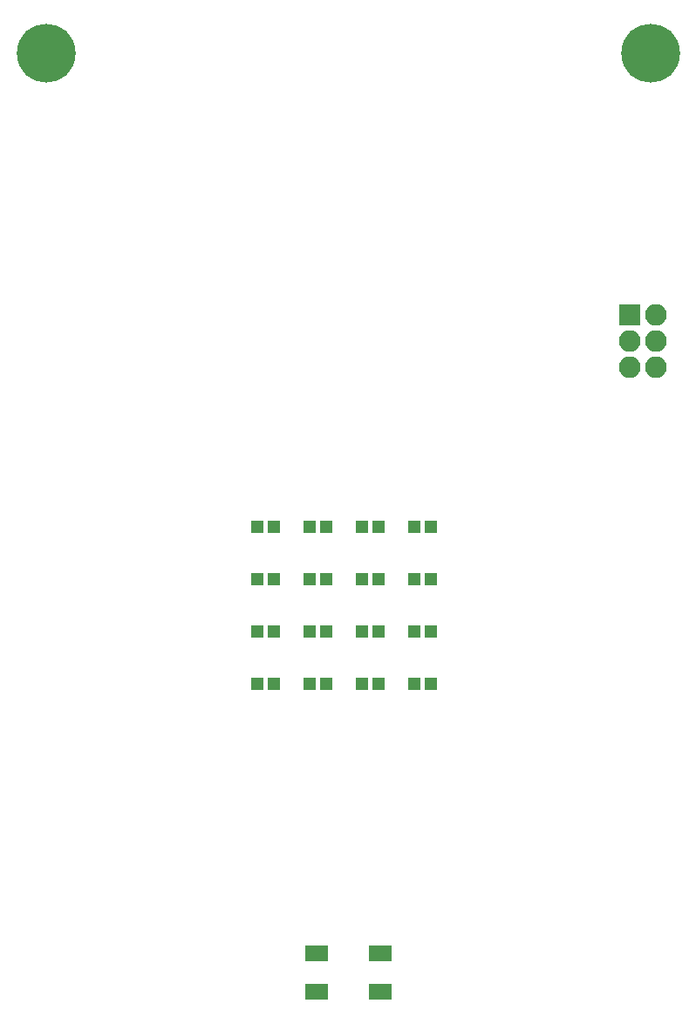
<source format=gts>
G04 #@! TF.FileFunction,Soldermask,Top*
%FSLAX46Y46*%
G04 Gerber Fmt 4.6, Leading zero omitted, Abs format (unit mm)*
G04 Created by KiCad (PCBNEW 4.0.6) date 09/11/17 20:09:05*
%MOMM*%
%LPD*%
G01*
G04 APERTURE LIST*
%ADD10C,0.100000*%
%ADD11R,1.200000X1.200000*%
%ADD12C,5.700000*%
%ADD13R,2.100000X2.100000*%
%ADD14O,2.100000X2.100000*%
%ADD15R,2.200000X1.500000*%
G04 APERTURE END LIST*
D10*
D11*
X132880000Y-101600000D03*
X131280000Y-101600000D03*
X143040000Y-116840000D03*
X141440000Y-116840000D03*
X137960000Y-116840000D03*
X136360000Y-116840000D03*
X132880000Y-111760000D03*
X131280000Y-111760000D03*
X143040000Y-101600000D03*
X141440000Y-101600000D03*
X143040000Y-106680000D03*
X141440000Y-106680000D03*
X143040000Y-111760000D03*
X141440000Y-111760000D03*
X137960000Y-111760000D03*
X136360000Y-111760000D03*
X137960000Y-101600000D03*
X136360000Y-101600000D03*
X132880000Y-116840000D03*
X131280000Y-116840000D03*
X137960000Y-106680000D03*
X136360000Y-106680000D03*
X127800000Y-106680000D03*
X126200000Y-106680000D03*
X127800000Y-111760000D03*
X126200000Y-111760000D03*
X127800000Y-116840000D03*
X126200000Y-116840000D03*
X132880000Y-106680000D03*
X131280000Y-106680000D03*
D12*
X164338000Y-55626000D03*
D11*
X127800000Y-101600000D03*
X126200000Y-101600000D03*
D13*
X162306000Y-81026000D03*
D14*
X164846000Y-81026000D03*
X162306000Y-83566000D03*
X164846000Y-83566000D03*
X162306000Y-86106000D03*
X164846000Y-86106000D03*
D15*
X131900000Y-143002000D03*
X138100000Y-143002000D03*
X131900000Y-146702000D03*
X138100000Y-146702000D03*
D12*
X105664000Y-55626000D03*
M02*

</source>
